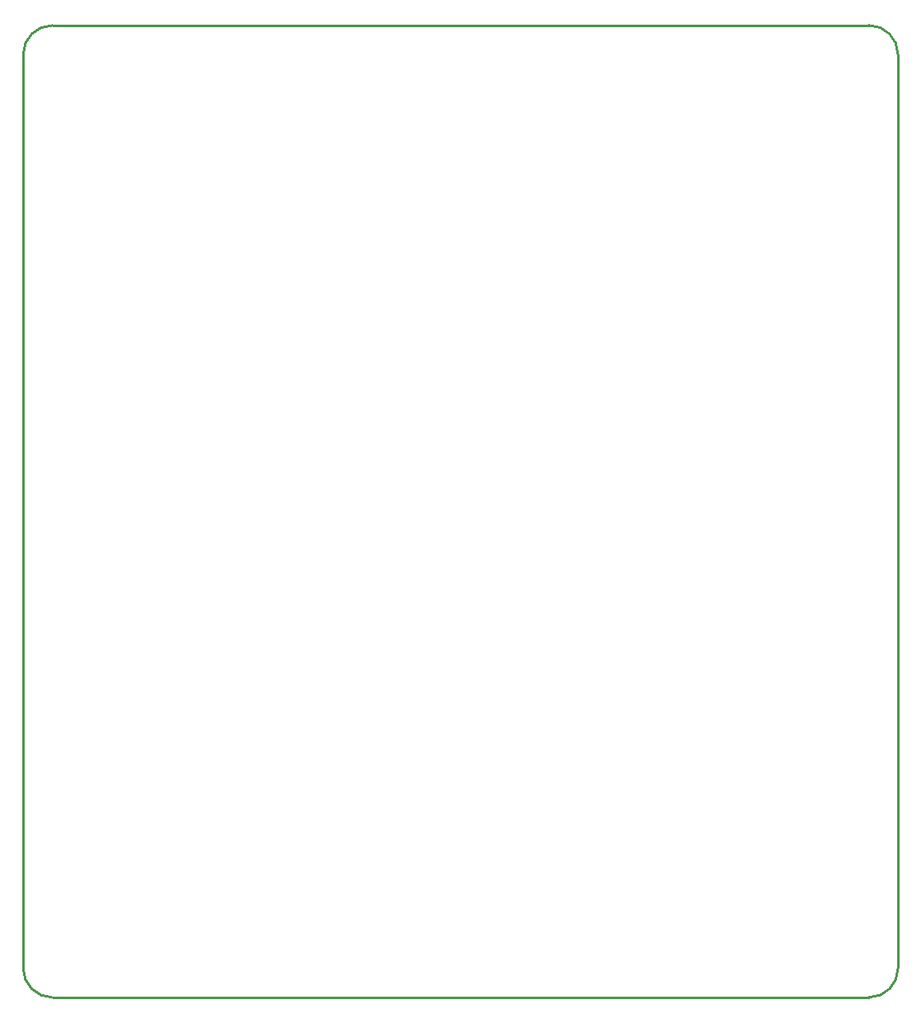
<source format=gko>
G04 Layer: BoardOutlineLayer*
G04 EasyEDA Pro v2.2.40.8, 2025-08-04 00:28:17*
G04 Gerber Generator version 0.3*
G04 Scale: 100 percent, Rotated: No, Reflected: No*
G04 Dimensions in millimeters*
G04 Leading zeros omitted, absolute positions, 4 integers and 5 decimals*
G04 Generated by one-click*
%FSLAX45Y45*%
%MOMM*%
%ADD10C,0.254*%
%ADD11C,0.7040*%
G75*


G04 Rect Start*
G54D10*
G01X-4472205Y-4771101D02*
G01X-4472205Y4628899D01*
G02X-4172205Y4928899I300000J0D01*
G01X4227795Y4928899D01*
G02X4527795Y4628899I0J-300000D01*
G01X4527795Y-4771101D01*
G02X4227795Y-5071101I-300000J0D01*
G01X-4172205Y-5071101D01*
G02X-4472205Y-4771101I0J300000D01*
G04 Rect End*

M02*


</source>
